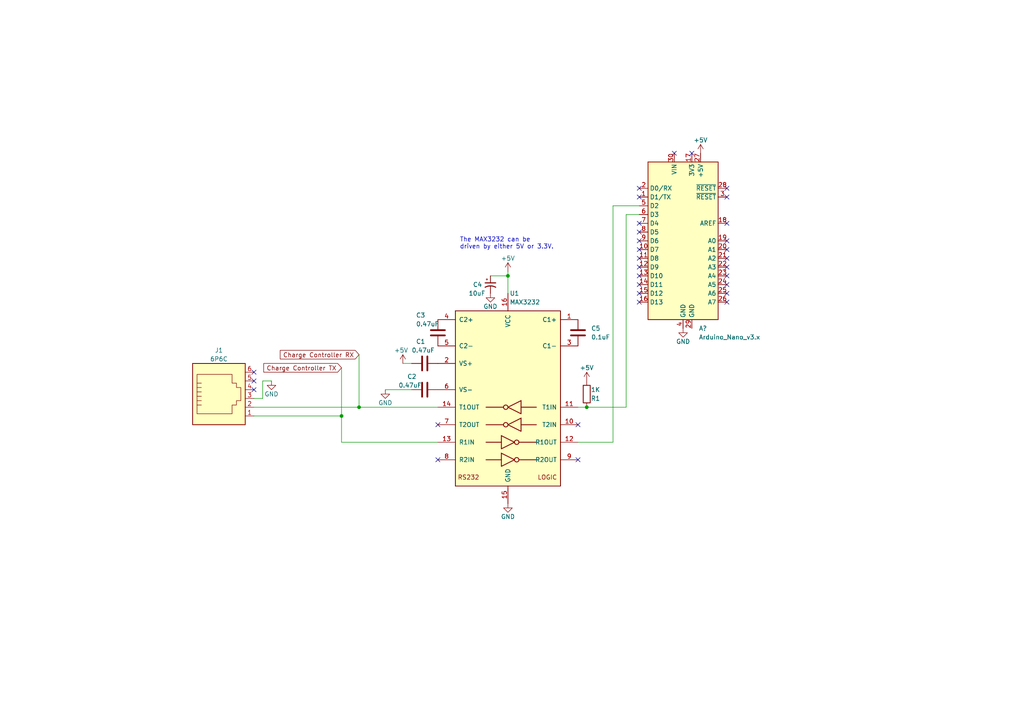
<source format=kicad_sch>
(kicad_sch (version 20211123) (generator eeschema)
  (paper "A4")
  (lib_symbols
    (symbol "Connector:6P6C" (pin_names (offset 1.016))
      (property "Reference" "J" (at -5.08 11.43 0))
      (property "Value" "6P6C" (at 2.54 11.43 0))
      (symbol "6P6C_0_1"
        (polyline (pts (xy -6.35 -1.905) (xy -5.08 -1.905) (xy -5.08 -1.905)))
        (polyline (pts (xy -6.35 -0.635) (xy -5.08 -0.635) (xy -5.08 -0.635)))
        (polyline (pts (xy -6.35 0.635) (xy -5.08 0.635) (xy -5.08 0.635)))
        (polyline (pts (xy -6.35 1.905) (xy -5.08 1.905) (xy -5.08 1.905)))
        (polyline (pts (xy -6.35 3.175) (xy -5.08 3.175) (xy -5.08 3.175)))
        (polyline (pts (xy -5.08 4.445) (xy -6.35 4.445) (xy -6.35 4.445)))
        (polyline (pts (xy -6.35 -4.445) (xy -6.35 6.985) (xy 3.81 6.985) (xy 3.81 4.445) (xy 5.08 4.445) (xy 5.08 3.175) (xy 6.35 3.175) (xy 6.35 -0.635) (xy 5.08 -0.635) (xy 5.08 -1.905) (xy 3.81 -1.905) (xy 3.81 -4.445) (xy -6.35 -4.445) (xy -6.35 -4.445)))
        (rectangle (start 7.62 10.16) (end -7.62 -7.62) (stroke (width 0.254)) (fill (type background)))
      )
      (symbol "6P6C_1_1"
        (pin passive line (at 10.16 -5.08 180) (length 2.54) (name "~") (number "1"))
        (pin passive line (at 10.16 -2.54 180) (length 2.54) (name "~") (number "2"))
        (pin passive line (at 10.16 0 180) (length 2.54) (name "~") (number "3"))
        (pin passive line (at 10.16 2.54 180) (length 2.54) (name "~") (number "4"))
        (pin passive line (at 10.16 5.08 180) (length 2.54) (name "~") (number "5"))
        (pin passive line (at 10.16 7.62 180) (length 2.54) (name "~") (number "6"))
      )
    )
    (symbol "Device:C" (pin_numbers hide) (pin_names (offset 0.254))
      (property "Reference" "C" (at 0.635 2.54 0))
      (property "Value" "C" (at 0.635 -2.54 0))
      (symbol "C_0_1"
        (polyline (pts (xy -2.032 -0.762) (xy 2.032 -0.762)) (stroke (width 0.508)))
        (polyline (pts (xy -2.032 0.762) (xy 2.032 0.762)) (stroke (width 0.508)))
      )
      (symbol "C_1_1"
        (pin passive line (at 0 3.81 270) (length 2.794) (name "~") (number "1"))
        (pin passive line (at 0 -3.81 90) (length 2.794) (name "~") (number "2"))
      )
    )
    (symbol "Device:C_Polarized_Small_US" (pin_numbers hide) (pin_names (offset 0.254) hide)
      (property "Reference" "C" (at 0.254 1.778 0))
      (property "Value" "C_Polarized_Small_US" (at 0.254 -2.032 0))
      (symbol "C_Polarized_Small_US_0_1"
        (polyline (pts (xy -1.524 0.508) (xy 1.524 0.508)) (stroke (width 0.3048)))
        (polyline (pts (xy -1.27 1.524) (xy -0.762 1.524)))
        (polyline (pts (xy -1.016 1.27) (xy -1.016 1.778)))
        (arc (start 1.524 -0.762) (mid 0 -0.3734) (end -1.524 -0.762) (stroke (width 0.3048)))
      )
      (symbol "C_Polarized_Small_US_1_1"
        (pin passive line (at 0 2.54 270) (length 2.032) (name "~") (number "1"))
        (pin passive line (at 0 -2.54 90) (length 2.032) (name "~") (number "2"))
      )
    )
    (symbol "Device:R" (pin_numbers hide) (pin_names (offset 0))
      (property "Reference" "R" (at 2.032 0 90))
      (property "Value" "R" (at 0 0 90))
      (symbol "R_0_1"
        (rectangle (start -1.016 -2.54) (end 1.016 2.54) (stroke (width 0.254)))
      )
      (symbol "R_1_1"
        (pin passive line (at 0 3.81 270) (length 1.27) (name "~") (number "1"))
        (pin passive line (at 0 -3.81 90) (length 1.27) (name "~") (number "2"))
      )
    )
    (symbol "Interface_UART:MAX3232" (pin_names (offset 1.016))
      (property "Reference" "U" (at -2.54 28.575 0))
      (property "Value" "MAX3232" (at -2.54 26.67 0))
      (symbol "MAX3232_0_0"
        (text "LOGIC" (at -11.43 -22.86 0) (effects (font (size 1.27 1.27))))
        (text "RS232" (at 11.43 -22.86 0) (effects (font (size 1.27 1.27))))
      )
      (symbol "MAX3232_0_1"
        (rectangle (start -15.24 -25.4) (end 15.24 25.4) (stroke (width 0.254)) (fill (type background)))
        (circle (center -2.54 -17.78) (radius 0.635) (stroke (width 0.254)))
        (circle (center -2.54 -12.7) (radius 0.635) (stroke (width 0.254)))
        (polyline (pts (xy -3.81 -7.62) (xy -8.255 -7.62)) (stroke (width 0.254)))
        (polyline (pts (xy -3.81 -2.54) (xy -8.255 -2.54)) (stroke (width 0.254)))
        (polyline (pts (xy -3.175 -17.78) (xy -8.255 -17.78)) (stroke (width 0.254)))
        (polyline (pts (xy -3.175 -12.7) (xy -8.255 -12.7)) (stroke (width 0.254)))
        (polyline (pts (xy 1.27 -7.62) (xy 6.35 -7.62)) (stroke (width 0.254)))
        (polyline (pts (xy 1.27 -2.54) (xy 6.35 -2.54)) (stroke (width 0.254)))
        (polyline (pts (xy 1.905 -17.78) (xy 6.35 -17.78)) (stroke (width 0.254)))
        (polyline (pts (xy 1.905 -12.7) (xy 6.35 -12.7)) (stroke (width 0.254)))
        (polyline (pts (xy -3.81 -5.715) (xy -3.81 -9.525) (xy 0 -7.62) (xy -3.81 -5.715)) (stroke (width 0.254)))
        (polyline (pts (xy -3.81 -0.635) (xy -3.81 -4.445) (xy 0 -2.54) (xy -3.81 -0.635)) (stroke (width 0.254)))
        (polyline (pts (xy 1.905 -15.875) (xy 1.905 -19.685) (xy -1.905 -17.78) (xy 1.905 -15.875)) (stroke (width 0.254)))
        (polyline (pts (xy 1.905 -10.795) (xy 1.905 -14.605) (xy -1.905 -12.7) (xy 1.905 -10.795)) (stroke (width 0.254)))
        (circle (center 0.635 -7.62) (radius 0.635) (stroke (width 0.254)))
        (circle (center 0.635 -2.54) (radius 0.635) (stroke (width 0.254)))
      )
      (symbol "MAX3232_1_1"
        (pin passive line (at -20.32 22.86 0) (length 5.08) (name "C1+") (number "1"))
        (pin input line (at -20.32 -7.62 0) (length 5.08) (name "T2IN") (number "10"))
        (pin input line (at -20.32 -2.54 0) (length 5.08) (name "T1IN") (number "11"))
        (pin output line (at -20.32 -12.7 0) (length 5.08) (name "R1OUT") (number "12"))
        (pin input line (at 20.32 -12.7 180) (length 5.08) (name "R1IN") (number "13"))
        (pin output line (at 20.32 -2.54 180) (length 5.08) (name "T1OUT") (number "14"))
        (pin power_in line (at 0 -30.48 90) (length 5.08) (name "GND") (number "15"))
        (pin power_in line (at 0 30.48 270) (length 5.08) (name "VCC") (number "16"))
        (pin power_out line (at 20.32 10.16 180) (length 5.08) (name "VS+") (number "2"))
        (pin passive line (at -20.32 15.24 0) (length 5.08) (name "C1-") (number "3"))
        (pin passive line (at 20.32 22.86 180) (length 5.08) (name "C2+") (number "4"))
        (pin passive line (at 20.32 15.24 180) (length 5.08) (name "C2-") (number "5"))
        (pin power_out line (at 20.32 2.54 180) (length 5.08) (name "VS-") (number "6"))
        (pin output line (at 20.32 -7.62 180) (length 5.08) (name "T2OUT") (number "7"))
        (pin input line (at 20.32 -17.78 180) (length 5.08) (name "R2IN") (number "8"))
        (pin output line (at -20.32 -17.78 0) (length 5.08) (name "R2OUT") (number "9"))
      )
    )
    (symbol "MCU_Module:Arduino_Nano_v3.x"
      (property "Reference" "A" (at -10.16 23.495 0))
      (property "Value" "Arduino_Nano_v3.x" (at 5.08 -24.13 0))
      (symbol "Arduino_Nano_v3.x_0_1"
        (rectangle (start -10.16 22.86) (end 10.16 -22.86) (stroke (width 0.254)) (fill (type background)))
      )
      (symbol "Arduino_Nano_v3.x_1_1"
        (pin bidirectional line (at -12.7 12.7 0) (length 2.54) (name "D1/TX") (number "1"))
        (pin bidirectional line (at -12.7 -2.54 0) (length 2.54) (name "D7") (number "10"))
        (pin bidirectional line (at -12.7 -5.08 0) (length 2.54) (name "D8") (number "11"))
        (pin bidirectional line (at -12.7 -7.62 0) (length 2.54) (name "D9") (number "12"))
        (pin bidirectional line (at -12.7 -10.16 0) (length 2.54) (name "D10") (number "13"))
        (pin bidirectional line (at -12.7 -12.7 0) (length 2.54) (name "D11") (number "14"))
        (pin bidirectional line (at -12.7 -15.24 0) (length 2.54) (name "D12") (number "15"))
        (pin bidirectional line (at -12.7 -17.78 0) (length 2.54) (name "D13") (number "16"))
        (pin power_out line (at 2.54 25.4 270) (length 2.54) (name "3V3") (number "17"))
        (pin input line (at 12.7 5.08 180) (length 2.54) (name "AREF") (number "18"))
        (pin bidirectional line (at 12.7 0 180) (length 2.54) (name "A0") (number "19"))
        (pin bidirectional line (at -12.7 15.24 0) (length 2.54) (name "D0/RX") (number "2"))
        (pin bidirectional line (at 12.7 -2.54 180) (length 2.54) (name "A1") (number "20"))
        (pin bidirectional line (at 12.7 -5.08 180) (length 2.54) (name "A2") (number "21"))
        (pin bidirectional line (at 12.7 -7.62 180) (length 2.54) (name "A3") (number "22"))
        (pin bidirectional line (at 12.7 -10.16 180) (length 2.54) (name "A4") (number "23"))
        (pin bidirectional line (at 12.7 -12.7 180) (length 2.54) (name "A5") (number "24"))
        (pin bidirectional line (at 12.7 -15.24 180) (length 2.54) (name "A6") (number "25"))
        (pin bidirectional line (at 12.7 -17.78 180) (length 2.54) (name "A7") (number "26"))
        (pin power_out line (at 5.08 25.4 270) (length 2.54) (name "+5V") (number "27"))
        (pin input line (at 12.7 15.24 180) (length 2.54) (name "~{RESET}") (number "28"))
        (pin power_in line (at 2.54 -25.4 90) (length 2.54) (name "GND") (number "29"))
        (pin input line (at 12.7 12.7 180) (length 2.54) (name "~{RESET}") (number "3"))
        (pin power_in line (at -2.54 25.4 270) (length 2.54) (name "VIN") (number "30"))
        (pin power_in line (at 0 -25.4 90) (length 2.54) (name "GND") (number "4"))
        (pin bidirectional line (at -12.7 10.16 0) (length 2.54) (name "D2") (number "5"))
        (pin bidirectional line (at -12.7 7.62 0) (length 2.54) (name "D3") (number "6"))
        (pin bidirectional line (at -12.7 5.08 0) (length 2.54) (name "D4") (number "7"))
        (pin bidirectional line (at -12.7 2.54 0) (length 2.54) (name "D5") (number "8"))
        (pin bidirectional line (at -12.7 0 0) (length 2.54) (name "D6") (number "9"))
      )
    )
    (symbol "power:+5V" (power) (pin_names (offset 0))
      (property "Value" "+5V" (at 0 3.556 0))
      (symbol "+5V_0_1"
        (polyline (pts (xy -0.762 1.27) (xy 0 2.54)))
        (polyline (pts (xy 0 0) (xy 0 2.54)))
        (polyline (pts (xy 0 2.54) (xy 0.762 1.27)))
      )
      (symbol "+5V_1_1"
        (pin power_in line (at 0 0 90) (length 0) hide (name "+5V") (number "1"))
      )
    )
    (symbol "power:GND" (power) (pin_names (offset 0))
      (property "Value" "GND" (at 0 -3.81 0))
      (symbol "GND_0_1"
        (polyline (pts (xy 0 0) (xy 0 -1.27) (xy 1.27 -1.27) (xy 0 -2.54) (xy -1.27 -1.27) (xy 0 -1.27)))
      )
      (symbol "GND_1_1"
        (pin power_in line (at 0 0 270) (length 0) hide (name "GND") (number "1"))
      )
    )
  )
  (junction (at 104.14 118.11))
  (junction (at 147.32 80.01))
  (junction (at 170.18 118.11))
  (junction (at 99.06 120.65))
  (no_connect (at 185.42 57.15))
  (no_connect (at 185.42 54.61))
  (no_connect (at 185.42 64.77))
  (no_connect (at 200.66 44.45))
  (no_connect (at 195.58 44.45))
  (no_connect (at 185.42 80.01))
  (no_connect (at 185.42 82.55))
  (no_connect (at 185.42 85.09))
  (no_connect (at 185.42 87.63))
  (no_connect (at 185.42 67.31))
  (no_connect (at 185.42 69.85))
  (no_connect (at 185.42 72.39))
  (no_connect (at 185.42 74.93))
  (no_connect (at 185.42 77.47))
  (no_connect (at 210.82 69.85))
  (no_connect (at 210.82 72.39))
  (no_connect (at 210.82 74.93))
  (no_connect (at 210.82 77.47))
  (no_connect (at 210.82 54.61))
  (no_connect (at 210.82 64.77))
  (no_connect (at 210.82 57.15))
  (no_connect (at 210.82 80.01))
  (no_connect (at 210.82 82.55))
  (no_connect (at 210.82 85.09))
  (no_connect (at 210.82 87.63))
  (no_connect (at 73.66 107.95))
  (no_connect (at 73.66 113.03))
  (no_connect (at 73.66 110.49))
  (no_connect (at 127 123.19))
  (no_connect (at 127 133.35))
  (no_connect (at 167.64 133.35))
  (no_connect (at 167.64 123.19))
  (wire (pts (xy 177.8 59.69) (xy 177.8 128.27)))
  (wire (pts (xy 177.8 128.27) (xy 167.64 128.27)))
  (wire (pts (xy 181.61 118.11) (xy 170.18 118.11)))
  (wire (pts (xy 116.84 105.41) (xy 119.38 105.41)))
  (wire (pts (xy 104.14 118.11) (xy 127 118.11)))
  (wire (pts (xy 147.32 78.74) (xy 147.32 80.01)))
  (wire (pts (xy 111.76 113.03) (xy 119.38 113.03)))
  (wire (pts (xy 73.66 120.65) (xy 99.06 120.65)))
  (wire (pts (xy 76.2 110.49) (xy 78.74 110.49)))
  (wire (pts (xy 185.42 59.69) (xy 177.8 59.69)))
  (wire (pts (xy 167.64 118.11) (xy 170.18 118.11)))
  (wire (pts (xy 73.66 115.57) (xy 76.2 115.57)))
  (wire (pts (xy 99.06 120.65) (xy 99.06 128.27)))
  (wire (pts (xy 147.32 80.01) (xy 147.32 85.09)))
  (wire (pts (xy 185.42 62.23) (xy 181.61 62.23)))
  (wire (pts (xy 142.24 80.01) (xy 147.32 80.01)))
  (wire (pts (xy 181.61 62.23) (xy 181.61 118.11)))
  (wire (pts (xy 104.14 102.87) (xy 104.14 118.11)))
  (wire (pts (xy 99.06 128.27) (xy 127 128.27)))
  (wire (pts (xy 73.66 118.11) (xy 104.14 118.11)))
  (wire (pts (xy 76.2 115.57) (xy 76.2 110.49)))
  (wire (pts (xy 99.06 106.68) (xy 99.06 120.65)))
  (text "The MAX3232 can be\ndriven by either 5V or 3.3V." (at 133.35 72.39 0) (effects (font (size 1.27 1.27)) (justify left bottom)))
  (global_label "Charge Controller RX" (shape input) (at 104.14 102.87 180) (property "Intersheet References" "${INTERSHEET_REFS}" (effects hide)))
  (global_label "Charge Controller TX" (shape input) (at 99.06 106.68 180) (property "Intersheet References" "${INTERSHEET_REFS}" (effects hide)))
  (symbol (lib_id "Device:C") (at 123.19 113.03 270) (unit 1)
    (property "Reference" "C2" (at 118.11 109.22 90) (effects (justify left)))
    (property "Value" "0.47uF" (at 115.57 111.76 90) (effects (justify left)))
    (property "Footprint" "Capacitor_THT:C_Disc_D4.7mm_W2.5mm_P5.00mm" (effects hide))
  )
  (symbol (lib_id "power:GND") (at 198.12 95.25 0) (unit 1)
    (property "Reference" "#PWR?" (effects hide))
    (property "Value" "GND" (at 198.12 99.06 0))
  )
  (symbol (lib_id "Connector:6P6C") (at 63.5 115.57 0) (unit 1)
    (property "Reference" "J1" (at 63.5 101.6 0))
    (property "Value" "6P6C" (at 63.5 104.14 0))
    (property "Footprint" "Connector_RJ:RJ12_Amphenol_54601" (effects hide))
  )
  (symbol (lib_id "Device:C") (at 167.64 96.52 0) (unit 1)
    (property "Reference" "C5" (at 171.45 95.2499 0) (effects (justify left)))
    (property "Value" "0.1uF" (at 171.45 97.7899 0) (effects (justify left)))
    (property "Footprint" "Capacitor_THT:C_Disc_D5.0mm_W2.5mm_P2.50mm" (effects hide))
  )
  (symbol (lib_id "Device:C_Polarized_Small_US") (at 142.24 82.55 0) (unit 1)
    (property "Reference" "C4" (at 137.16 82.55 0) (effects (justify left)))
    (property "Value" "10uF" (at 135.89 85.09 0) (effects (justify left)))
    (property "Footprint" "Capacitor_THT:CP_Radial_D6.3mm_P2.50mm" (effects hide))
  )
  (symbol (lib_id "power:+5V") (at 116.84 105.41 0) (unit 1)
    (property "Reference" "#PWR03" (effects hide))
    (property "Value" "+5V" (at 114.3 101.6 0) (effects (justify left)))
  )
  (symbol (lib_id "power:GND") (at 147.32 146.05 0) (unit 1)
    (property "Reference" "#PWR06" (effects hide))
    (property "Value" "GND" (at 147.32 149.86 0))
  )
  (symbol (lib_id "Device:C") (at 127 96.52 0) (unit 1)
    (property "Reference" "C3" (at 120.65 91.44 0) (effects (justify left)))
    (property "Value" "0.47uF" (at 120.65 93.98 0) (effects (justify left)))
    (property "Footprint" "Capacitor_THT:C_Disc_D4.7mm_W2.5mm_P5.00mm" (effects hide))
  )
  (symbol (lib_id "Interface_UART:MAX3232") (at 147.32 115.57 0) (mirror y) (unit 1)
    (property "Reference" "U1" (at 147.8406 85.09 0) (effects (justify right)))
    (property "Value" "MAX3232" (at 147.8406 87.63 0) (effects (justify right)))
    (property "Footprint" "Package_DIP:DIP-16_W7.62mm" (effects hide))
    (property "Datasheet" "https://datasheets.maximintegrated.com/en/ds/MAX3222-MAX3241.pdf" (effects hide))
  )
  (symbol (lib_id "power:GND") (at 78.74 110.49 0) (unit 1)
    (property "Reference" "#PWR01" (effects hide))
    (property "Value" "GND" (at 78.74 114.3 0))
  )
  (symbol (lib_id "Device:R") (at 170.18 114.3 0) (unit 1)
    (property "Reference" "R1" (at 172.72 115.57 0))
    (property "Value" "1K" (at 172.72 113.03 0))
    (property "Footprint" "Resistor_THT:R_Axial_DIN0309_L9.0mm_D3.2mm_P12.70mm_Horizontal" (effects hide))
  )
  (symbol (lib_id "power:+5V") (at 203.2 44.45 0) (unit 1)
    (property "Reference" "#PWR?" (effects hide))
    (property "Value" "+5V" (at 203.2 40.64 0))
  )
  (symbol (lib_id "power:+5V") (at 170.18 110.49 0) (unit 1)
    (property "Reference" "#PWR07" (effects hide))
    (property "Value" "+5V" (at 170.18 106.68 0))
  )
  (symbol (lib_id "power:GND") (at 111.76 113.03 0) (unit 1)
    (property "Reference" "#PWR02" (effects hide))
    (property "Value" "GND" (at 111.76 116.84 0))
  )
  (symbol (lib_id "power:+5V") (at 147.32 78.74 0) (unit 1)
    (property "Reference" "#PWR05" (effects hide))
    (property "Value" "+5V" (at 147.32 74.93 0))
  )
  (symbol (lib_id "power:GND") (at 142.24 85.09 0) (unit 1)
    (property "Reference" "#PWR04" (effects hide))
    (property "Value" "GND" (at 142.24 88.9 0))
  )
  (symbol (lib_id "MCU_Module:Arduino_Nano_v3.x") (at 198.12 69.85 0) (unit 1)
    (property "Reference" "A?" (at 202.6794 95.25 0) (effects (justify left)))
    (property "Value" "Arduino_Nano_v3.x" (at 202.6794 97.79 0) (effects (justify left)))
    (property "Footprint" "Module:Arduino_Nano" (effects hide))
    (property "Datasheet" "http://www.mouser.com/pdfdocs/Gravitech_Arduino_Nano3_0.pdf" (effects hide))
  )
  (symbol (lib_id "Device:C") (at 123.19 105.41 270) (unit 1)
    (property "Reference" "C1" (at 120.65 99.06 90) (effects (justify left)))
    (property "Value" "0.47uF" (at 119.38 101.6 90) (effects (justify left)))
    (property "Footprint" "Capacitor_THT:C_Disc_D4.7mm_W2.5mm_P5.00mm" (effects hide))
  )
)
</source>
